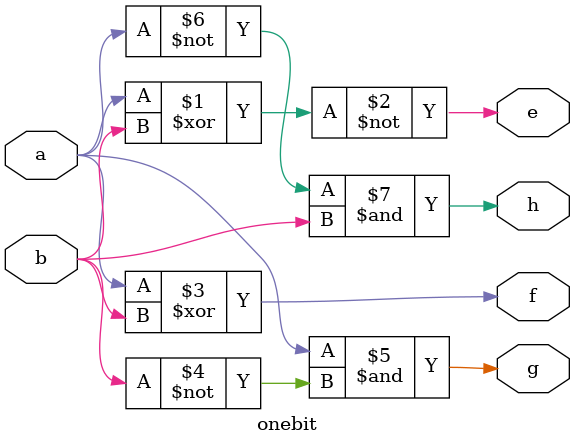
<source format=v>
`timescale 1ns / 1ps


module onebit(
     input a, b,
     output e, f, g, h
    );
    assign e=~(a^b);
    assign f=a^b;
    assign g=a&~b;
    assign h=~a&b;
endmodule

</source>
